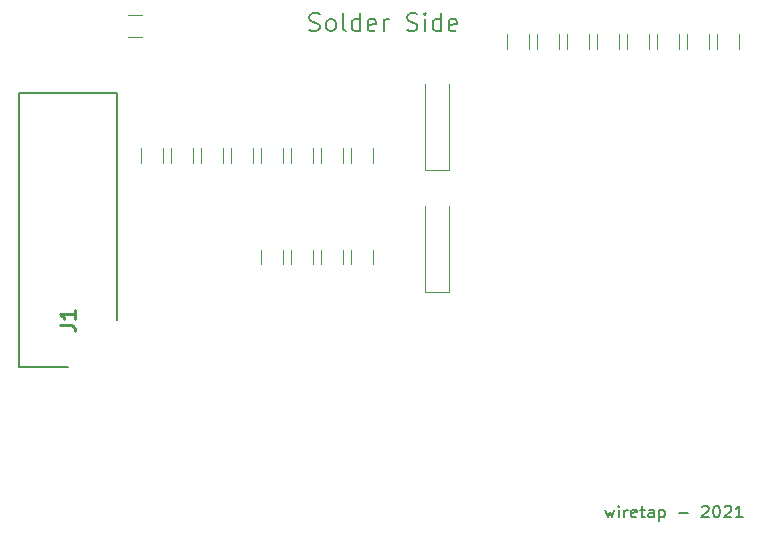
<source format=gbr>
%TF.GenerationSoftware,KiCad,Pcbnew,(5.1.6)-1*%
%TF.CreationDate,2021-03-31T13:13:51-04:00*%
%TF.ProjectId,Freespeed-Clone,46726565-7370-4656-9564-2d436c6f6e65,rev?*%
%TF.SameCoordinates,Original*%
%TF.FileFunction,Legend,Top*%
%TF.FilePolarity,Positive*%
%FSLAX46Y46*%
G04 Gerber Fmt 4.6, Leading zero omitted, Abs format (unit mm)*
G04 Created by KiCad (PCBNEW (5.1.6)-1) date 2021-03-31 13:13:51*
%MOMM*%
%LPD*%
G01*
G04 APERTURE LIST*
%ADD10C,0.150000*%
%ADD11C,0.120000*%
%ADD12C,0.200000*%
%ADD13C,0.254000*%
G04 APERTURE END LIST*
D10*
X149360666Y-86399714D02*
X149551142Y-87066380D01*
X149741619Y-86590190D01*
X149932095Y-87066380D01*
X150122571Y-86399714D01*
X150503523Y-87066380D02*
X150503523Y-86399714D01*
X150503523Y-86066380D02*
X150455904Y-86114000D01*
X150503523Y-86161619D01*
X150551142Y-86114000D01*
X150503523Y-86066380D01*
X150503523Y-86161619D01*
X150979714Y-87066380D02*
X150979714Y-86399714D01*
X150979714Y-86590190D02*
X151027333Y-86494952D01*
X151074952Y-86447333D01*
X151170190Y-86399714D01*
X151265428Y-86399714D01*
X151979714Y-87018761D02*
X151884476Y-87066380D01*
X151694000Y-87066380D01*
X151598761Y-87018761D01*
X151551142Y-86923523D01*
X151551142Y-86542571D01*
X151598761Y-86447333D01*
X151694000Y-86399714D01*
X151884476Y-86399714D01*
X151979714Y-86447333D01*
X152027333Y-86542571D01*
X152027333Y-86637809D01*
X151551142Y-86733047D01*
X152313047Y-86399714D02*
X152694000Y-86399714D01*
X152455904Y-86066380D02*
X152455904Y-86923523D01*
X152503523Y-87018761D01*
X152598761Y-87066380D01*
X152694000Y-87066380D01*
X153455904Y-87066380D02*
X153455904Y-86542571D01*
X153408285Y-86447333D01*
X153313047Y-86399714D01*
X153122571Y-86399714D01*
X153027333Y-86447333D01*
X153455904Y-87018761D02*
X153360666Y-87066380D01*
X153122571Y-87066380D01*
X153027333Y-87018761D01*
X152979714Y-86923523D01*
X152979714Y-86828285D01*
X153027333Y-86733047D01*
X153122571Y-86685428D01*
X153360666Y-86685428D01*
X153455904Y-86637809D01*
X153932095Y-86399714D02*
X153932095Y-87399714D01*
X153932095Y-86447333D02*
X154027333Y-86399714D01*
X154217809Y-86399714D01*
X154313047Y-86447333D01*
X154360666Y-86494952D01*
X154408285Y-86590190D01*
X154408285Y-86875904D01*
X154360666Y-86971142D01*
X154313047Y-87018761D01*
X154217809Y-87066380D01*
X154027333Y-87066380D01*
X153932095Y-87018761D01*
X155598761Y-86685428D02*
X156360666Y-86685428D01*
X157551142Y-86161619D02*
X157598761Y-86114000D01*
X157694000Y-86066380D01*
X157932095Y-86066380D01*
X158027333Y-86114000D01*
X158074952Y-86161619D01*
X158122571Y-86256857D01*
X158122571Y-86352095D01*
X158074952Y-86494952D01*
X157503523Y-87066380D01*
X158122571Y-87066380D01*
X158741619Y-86066380D02*
X158836857Y-86066380D01*
X158932095Y-86114000D01*
X158979714Y-86161619D01*
X159027333Y-86256857D01*
X159074952Y-86447333D01*
X159074952Y-86685428D01*
X159027333Y-86875904D01*
X158979714Y-86971142D01*
X158932095Y-87018761D01*
X158836857Y-87066380D01*
X158741619Y-87066380D01*
X158646380Y-87018761D01*
X158598761Y-86971142D01*
X158551142Y-86875904D01*
X158503523Y-86685428D01*
X158503523Y-86447333D01*
X158551142Y-86256857D01*
X158598761Y-86161619D01*
X158646380Y-86114000D01*
X158741619Y-86066380D01*
X159455904Y-86161619D02*
X159503523Y-86114000D01*
X159598761Y-86066380D01*
X159836857Y-86066380D01*
X159932095Y-86114000D01*
X159979714Y-86161619D01*
X160027333Y-86256857D01*
X160027333Y-86352095D01*
X159979714Y-86494952D01*
X159408285Y-87066380D01*
X160027333Y-87066380D01*
X160979714Y-87066380D02*
X160408285Y-87066380D01*
X160694000Y-87066380D02*
X160694000Y-86066380D01*
X160598761Y-86209238D01*
X160503523Y-86304476D01*
X160408285Y-86352095D01*
X124306000Y-45819142D02*
X124520285Y-45890571D01*
X124877428Y-45890571D01*
X125020285Y-45819142D01*
X125091714Y-45747714D01*
X125163142Y-45604857D01*
X125163142Y-45462000D01*
X125091714Y-45319142D01*
X125020285Y-45247714D01*
X124877428Y-45176285D01*
X124591714Y-45104857D01*
X124448857Y-45033428D01*
X124377428Y-44962000D01*
X124306000Y-44819142D01*
X124306000Y-44676285D01*
X124377428Y-44533428D01*
X124448857Y-44462000D01*
X124591714Y-44390571D01*
X124948857Y-44390571D01*
X125163142Y-44462000D01*
X126020285Y-45890571D02*
X125877428Y-45819142D01*
X125806000Y-45747714D01*
X125734571Y-45604857D01*
X125734571Y-45176285D01*
X125806000Y-45033428D01*
X125877428Y-44962000D01*
X126020285Y-44890571D01*
X126234571Y-44890571D01*
X126377428Y-44962000D01*
X126448857Y-45033428D01*
X126520285Y-45176285D01*
X126520285Y-45604857D01*
X126448857Y-45747714D01*
X126377428Y-45819142D01*
X126234571Y-45890571D01*
X126020285Y-45890571D01*
X127377428Y-45890571D02*
X127234571Y-45819142D01*
X127163142Y-45676285D01*
X127163142Y-44390571D01*
X128591714Y-45890571D02*
X128591714Y-44390571D01*
X128591714Y-45819142D02*
X128448857Y-45890571D01*
X128163142Y-45890571D01*
X128020285Y-45819142D01*
X127948857Y-45747714D01*
X127877428Y-45604857D01*
X127877428Y-45176285D01*
X127948857Y-45033428D01*
X128020285Y-44962000D01*
X128163142Y-44890571D01*
X128448857Y-44890571D01*
X128591714Y-44962000D01*
X129877428Y-45819142D02*
X129734571Y-45890571D01*
X129448857Y-45890571D01*
X129306000Y-45819142D01*
X129234571Y-45676285D01*
X129234571Y-45104857D01*
X129306000Y-44962000D01*
X129448857Y-44890571D01*
X129734571Y-44890571D01*
X129877428Y-44962000D01*
X129948857Y-45104857D01*
X129948857Y-45247714D01*
X129234571Y-45390571D01*
X130591714Y-45890571D02*
X130591714Y-44890571D01*
X130591714Y-45176285D02*
X130663142Y-45033428D01*
X130734571Y-44962000D01*
X130877428Y-44890571D01*
X131020285Y-44890571D01*
X132591714Y-45819142D02*
X132806000Y-45890571D01*
X133163142Y-45890571D01*
X133306000Y-45819142D01*
X133377428Y-45747714D01*
X133448857Y-45604857D01*
X133448857Y-45462000D01*
X133377428Y-45319142D01*
X133306000Y-45247714D01*
X133163142Y-45176285D01*
X132877428Y-45104857D01*
X132734571Y-45033428D01*
X132663142Y-44962000D01*
X132591714Y-44819142D01*
X132591714Y-44676285D01*
X132663142Y-44533428D01*
X132734571Y-44462000D01*
X132877428Y-44390571D01*
X133234571Y-44390571D01*
X133448857Y-44462000D01*
X134091714Y-45890571D02*
X134091714Y-44890571D01*
X134091714Y-44390571D02*
X134020285Y-44462000D01*
X134091714Y-44533428D01*
X134163142Y-44462000D01*
X134091714Y-44390571D01*
X134091714Y-44533428D01*
X135448857Y-45890571D02*
X135448857Y-44390571D01*
X135448857Y-45819142D02*
X135306000Y-45890571D01*
X135020285Y-45890571D01*
X134877428Y-45819142D01*
X134806000Y-45747714D01*
X134734571Y-45604857D01*
X134734571Y-45176285D01*
X134806000Y-45033428D01*
X134877428Y-44962000D01*
X135020285Y-44890571D01*
X135306000Y-44890571D01*
X135448857Y-44962000D01*
X136734571Y-45819142D02*
X136591714Y-45890571D01*
X136306000Y-45890571D01*
X136163142Y-45819142D01*
X136091714Y-45676285D01*
X136091714Y-45104857D01*
X136163142Y-44962000D01*
X136306000Y-44890571D01*
X136591714Y-44890571D01*
X136734571Y-44962000D01*
X136806000Y-45104857D01*
X136806000Y-45247714D01*
X136091714Y-45390571D01*
D11*
%TO.C,R1*%
X110112564Y-44556000D02*
X108908436Y-44556000D01*
X110112564Y-46376000D02*
X108908436Y-46376000D01*
D12*
%TO.C,J1*%
X108026000Y-70358000D02*
X108026000Y-51108000D01*
X108026000Y-51108000D02*
X99746000Y-51108000D01*
X99746000Y-51108000D02*
X99746000Y-74368000D01*
X99746000Y-74368000D02*
X103886000Y-74368000D01*
D11*
%TO.C,R2*%
X142896000Y-46170436D02*
X142896000Y-47374564D01*
X141076000Y-46170436D02*
X141076000Y-47374564D01*
%TO.C,R3*%
X143616000Y-46170436D02*
X143616000Y-47374564D01*
X145436000Y-46170436D02*
X145436000Y-47374564D01*
%TO.C,R4*%
X147976000Y-46170436D02*
X147976000Y-47374564D01*
X146156000Y-46170436D02*
X146156000Y-47374564D01*
%TO.C,R5*%
X148696000Y-46170436D02*
X148696000Y-47374564D01*
X150516000Y-46170436D02*
X150516000Y-47374564D01*
%TO.C,R6*%
X153056000Y-46170436D02*
X153056000Y-47374564D01*
X151236000Y-46170436D02*
X151236000Y-47374564D01*
%TO.C,R7*%
X153776000Y-46170436D02*
X153776000Y-47374564D01*
X155596000Y-46170436D02*
X155596000Y-47374564D01*
%TO.C,R8*%
X158136000Y-46170436D02*
X158136000Y-47374564D01*
X156316000Y-46170436D02*
X156316000Y-47374564D01*
%TO.C,R9*%
X158856000Y-46170436D02*
X158856000Y-47374564D01*
X160676000Y-46170436D02*
X160676000Y-47374564D01*
%TO.C,R10*%
X111908000Y-55822436D02*
X111908000Y-57026564D01*
X110088000Y-55822436D02*
X110088000Y-57026564D01*
%TO.C,R11*%
X112628000Y-55822436D02*
X112628000Y-57026564D01*
X114448000Y-55822436D02*
X114448000Y-57026564D01*
%TO.C,R12*%
X116988000Y-55822436D02*
X116988000Y-57026564D01*
X115168000Y-55822436D02*
X115168000Y-57026564D01*
%TO.C,R13*%
X117708000Y-55822436D02*
X117708000Y-57026564D01*
X119528000Y-55822436D02*
X119528000Y-57026564D01*
%TO.C,R14*%
X120248000Y-55822436D02*
X120248000Y-57026564D01*
X122068000Y-55822436D02*
X122068000Y-57026564D01*
%TO.C,R15*%
X124608000Y-55822436D02*
X124608000Y-57026564D01*
X122788000Y-55822436D02*
X122788000Y-57026564D01*
%TO.C,R16*%
X127148000Y-55822436D02*
X127148000Y-57026564D01*
X125328000Y-55822436D02*
X125328000Y-57026564D01*
%TO.C,R17*%
X127868000Y-55822436D02*
X127868000Y-57026564D01*
X129688000Y-55822436D02*
X129688000Y-57026564D01*
%TO.C,R18*%
X122068000Y-64385436D02*
X122068000Y-65589564D01*
X120248000Y-64385436D02*
X120248000Y-65589564D01*
%TO.C,R19*%
X122788000Y-64385436D02*
X122788000Y-65589564D01*
X124608000Y-64385436D02*
X124608000Y-65589564D01*
%TO.C,R20*%
X127148000Y-64385436D02*
X127148000Y-65589564D01*
X125328000Y-64385436D02*
X125328000Y-65589564D01*
%TO.C,R21*%
X127868000Y-64385436D02*
X127868000Y-65589564D01*
X129688000Y-64385436D02*
X129688000Y-65589564D01*
%TO.C,D1*%
X134128000Y-50380000D02*
X134128000Y-57680000D01*
X134128000Y-57680000D02*
X136128000Y-57680000D01*
X136128000Y-57680000D02*
X136128000Y-50380000D01*
%TO.C,D2*%
X136128000Y-68006000D02*
X136128000Y-60706000D01*
X134128000Y-68006000D02*
X136128000Y-68006000D01*
X134128000Y-60706000D02*
X134128000Y-68006000D01*
%TO.C,J1*%
D13*
X103190523Y-70781333D02*
X104097666Y-70781333D01*
X104279095Y-70841809D01*
X104400047Y-70962761D01*
X104460523Y-71144190D01*
X104460523Y-71265142D01*
X104460523Y-69511333D02*
X104460523Y-70237047D01*
X104460523Y-69874190D02*
X103190523Y-69874190D01*
X103371952Y-69995142D01*
X103492904Y-70116095D01*
X103553380Y-70237047D01*
%TD*%
M02*

</source>
